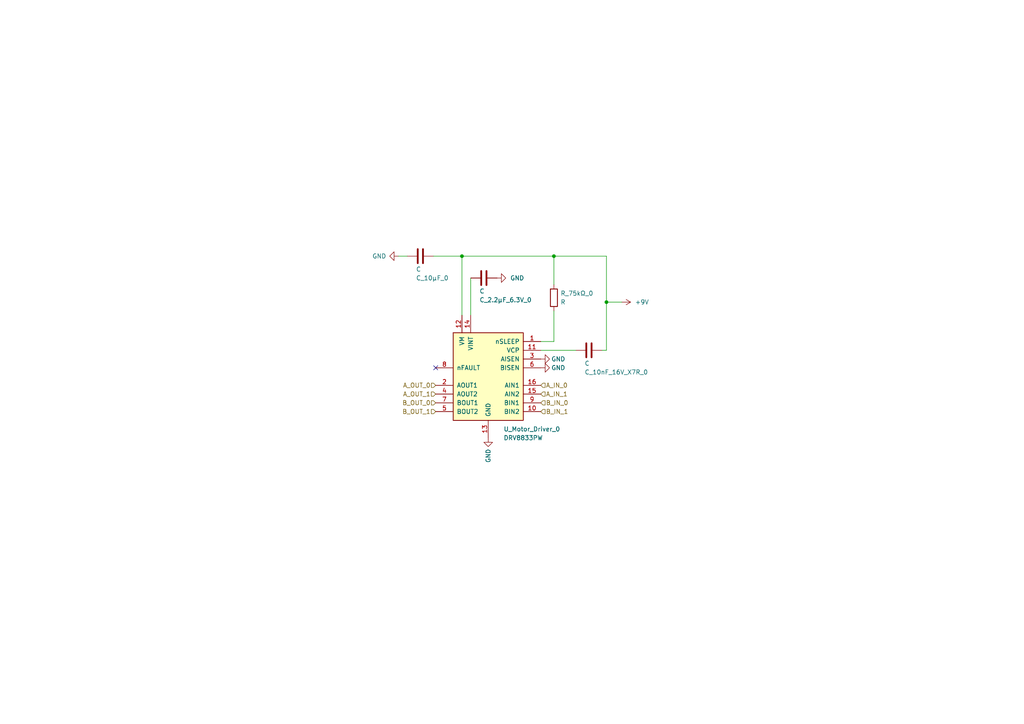
<source format=kicad_sch>
(kicad_sch (version 20211123) (generator eeschema)
  (paper "A4")
  (title_block (date "2025-09-09") (rev "1") (company "PROTO") (comment 1 "Author: Carston Wiebe"))
  (lib_symbols
    (symbol "Device:C" (pin_numbers hide) (pin_names (offset 0.254))
      (property "Reference" "C" (at 0.635 2.54 0))
      (property "Value" "C" (at 0.635 -2.54 0))
      (symbol "C_0_1"
        (polyline (pts (xy -2.032 -0.762) (xy 2.032 -0.762)) (stroke (width 0.508)))
        (polyline (pts (xy -2.032 0.762) (xy 2.032 0.762)) (stroke (width 0.508)))
      )
      (symbol "C_1_1"
        (pin passive line (at 0 3.81 270) (length 2.794) (name "~") (number "1"))
        (pin passive line (at 0 -3.81 90) (length 2.794) (name "~") (number "2"))
      )
    )
    (symbol "Device:R" (pin_numbers hide) (pin_names (offset 0))
      (property "Reference" "R" (at 2.032 0 90))
      (property "Value" "R" (at 0 0 90))
      (symbol "R_0_1"
        (rectangle (start -1.016 -2.54) (end 1.016 2.54) (stroke (width 0.254)))
      )
      (symbol "R_1_1"
        (pin passive line (at 0 3.81 270) (length 1.27) (name "~") (number "1"))
        (pin passive line (at 0 -3.81 90) (length 1.27) (name "~") (number "2"))
      )
    )
    (symbol "Driver_Motor:DRV8833PW" (pin_names (offset 1.016))
      (property "Reference" "U" (at -3.81 16.51 0))
      (property "Value" "DRV8833PW" (at -3.81 13.97 0))
      (symbol "DRV8833PW_0_1"
        (rectangle (start -10.16 12.7) (end 10.16 -12.7) (stroke (width 0.254)) (fill (type background)))
      )
      (symbol "DRV8833PW_1_1"
        (pin input line (at -15.24 10.16 0) (length 5.08) (name "nSLEEP") (number "1"))
        (pin input line (at -15.24 -10.16 0) (length 5.08) (name "BIN2") (number "10"))
        (pin bidirectional line (at -15.24 7.62 0) (length 5.08) (name "VCP") (number "11"))
        (pin power_in line (at 7.62 17.78 270) (length 5.08) (name "VM") (number "12"))
        (pin power_in line (at 0 -17.78 90) (length 5.08) (name "GND") (number "13"))
        (pin power_in line (at 5.08 17.78 270) (length 5.08) (name "VINT") (number "14"))
        (pin input line (at -15.24 -5.08 0) (length 5.08) (name "AIN2") (number "15"))
        (pin input line (at -15.24 -2.54 0) (length 5.08) (name "AIN1") (number "16"))
        (pin power_out line (at 15.24 -2.54 180) (length 5.08) (name "AOUT1") (number "2"))
        (pin bidirectional line (at -15.24 5.08 0) (length 5.08) (name "AISEN") (number "3"))
        (pin power_out line (at 15.24 -5.08 180) (length 5.08) (name "AOUT2") (number "4"))
        (pin power_out line (at 15.24 -10.16 180) (length 5.08) (name "BOUT2") (number "5"))
        (pin bidirectional line (at -15.24 2.54 0) (length 5.08) (name "BISEN") (number "6"))
        (pin power_out line (at 15.24 -7.62 180) (length 5.08) (name "BOUT1") (number "7"))
        (pin open_collector line (at 15.24 2.54 180) (length 5.08) (name "nFAULT") (number "8"))
        (pin input line (at -15.24 -7.62 0) (length 5.08) (name "BIN1") (number "9"))
      )
    )
    (symbol "power:+9V" (power) (pin_names (offset 0))
      (property "Value" "+9V" (at 0 3.556 0))
      (symbol "+9V_0_1"
        (polyline (pts (xy -0.762 1.27) (xy 0 2.54)))
        (polyline (pts (xy 0 0) (xy 0 2.54)))
        (polyline (pts (xy 0 2.54) (xy 0.762 1.27)))
      )
      (symbol "+9V_1_1"
        (pin power_in line (at 0 0 90) (length 0) hide (name "+9V") (number "1"))
      )
    )
    (symbol "power:GND" (power) (pin_names (offset 0))
      (property "Value" "GND" (at 0 -3.81 0))
      (symbol "GND_0_1"
        (polyline (pts (xy 0 0) (xy 0 -1.27) (xy 1.27 -1.27) (xy 0 -2.54) (xy -1.27 -1.27) (xy 0 -1.27)))
      )
      (symbol "GND_1_1"
        (pin power_in line (at 0 0 270) (length 0) hide (name "GND") (number "1"))
      )
    )
  )
  (junction (at 133.985 74.295))
  (junction (at 160.655 74.295))
  (junction (at 175.895 87.63))
  (no_connect (at 126.365 106.68))
  (wire (pts (xy 133.985 74.295) (xy 133.985 91.44)))
  (wire (pts (xy 136.525 80.645) (xy 136.525 91.44)))
  (wire (pts (xy 180.34 87.63) (xy 175.895 87.63)))
  (wire (pts (xy 175.895 74.295) (xy 175.895 87.63)))
  (wire (pts (xy 133.985 74.295) (xy 160.655 74.295)))
  (wire (pts (xy 160.655 74.295) (xy 160.655 82.55)))
  (wire (pts (xy 175.895 101.6) (xy 175.895 87.63)))
  (wire (pts (xy 125.73 74.295) (xy 133.985 74.295)))
  (wire (pts (xy 160.655 74.295) (xy 175.895 74.295)))
  (wire (pts (xy 118.11 74.295) (xy 115.57 74.295)))
  (wire (pts (xy 156.845 101.6) (xy 167.005 101.6)))
  (wire (pts (xy 160.655 99.06) (xy 160.655 90.17)))
  (wire (pts (xy 156.845 99.06) (xy 160.655 99.06)))
  (wire (pts (xy 174.625 101.6) (xy 175.895 101.6)))
  (hierarchical_label "A_IN_0" (shape input) (at 156.845 111.76 0))
  (hierarchical_label "B_IN_1" (shape input) (at 156.845 119.38 0))
  (hierarchical_label "A_IN_1" (shape input) (at 156.845 114.3 0))
  (hierarchical_label "A_OUT_1" (shape input) (at 126.365 114.3 180))
  (hierarchical_label "B_OUT_0" (shape input) (at 126.365 116.84 180))
  (hierarchical_label "B_OUT_1" (shape input) (at 126.365 119.38 180))
  (hierarchical_label "B_IN_0" (shape input) (at 156.845 116.84 0))
  (hierarchical_label "A_OUT_0" (shape input) (at 126.365 111.76 180))
  (symbol (lib_id "Device:C") (at 140.335 80.645 270) (unit 1)
    (property "Reference" "C_2.2μF_6.3V_0" (at 139.065 86.995 90) (effects (justify left)))
    (property "Value" "C" (at 139.0651 84.455 90) (effects (justify left)))
    (property "Footprint" "Capacitor_SMD:CP_Elec_3x5.3" (effects hide))
  )
  (symbol (lib_id "Device:C") (at 170.815 101.6 270) (unit 1)
    (property "Reference" "C_10nF_16V_X7R_0" (at 169.545 107.95 90) (effects (justify left)))
    (property "Value" "C" (at 169.545 105.41 90) (effects (justify left)))
    (property "Footprint" "Capacitor_SMD:CP_Elec_3x5.3" (effects hide))
  )
  (symbol (lib_id "power:GND") (at 156.845 104.14 90) (unit 1)
    (property "Reference" "#PWR0134" (effects hide))
    (property "Value" "GND" (at 161.925 104.14 90))
  )
  (symbol (lib_id "power:GND") (at 115.57 74.295 270) (unit 1)
    (property "Reference" "#PWR0132" (effects hide))
    (property "Value" "GND" (at 107.95 74.295 90) (effects (justify left)))
  )
  (symbol (lib_id "power:GND") (at 144.145 80.645 90) (mirror x) (unit 1)
    (property "Reference" "#PWR0128" (effects hide))
    (property "Value" "GND" (at 147.955 80.645 90) (effects (justify right)))
  )
  (symbol (lib_id "Driver_Motor:DRV8833PW") (at 141.605 109.22 0) (mirror y) (unit 1)
    (property "Reference" "U_Motor_Driver_0" (at 146.05 124.46 0) (effects (justify right)))
    (property "Value" "DRV8833PW" (at 146.05 127 0) (effects (justify right)))
    (property "Footprint" "Package_SO:TSSOP-16_4.4x5mm_P0.65mm" (effects hide))
    (property "Datasheet" "http://www.ti.com/lit/ds/symlink/drv8833.pdf" (effects hide))
  )
  (symbol (lib_id "Device:R") (at 160.655 86.36 0) (unit 1)
    (property "Reference" "R_75kΩ_0" (at 162.56 85.0899 0) (effects (justify left)))
    (property "Value" "R" (at 162.56 87.6299 0) (effects (justify left)))
    (property "Footprint" "Resistor_SMD:R_0201_0603Metric" (effects hide))
  )
  (symbol (lib_id "Device:C") (at 121.92 74.295 270) (unit 1)
    (property "Reference" "C_10μF_0" (at 120.65 80.645 90) (effects (justify left)))
    (property "Value" "C" (at 120.6501 78.105 90) (effects (justify left)))
    (property "Footprint" "Capacitor_SMD:CP_Elec_3x5.3" (effects hide))
  )
  (symbol (lib_id "power:GND") (at 141.605 127 0) (mirror y) (unit 1)
    (property "Reference" "#PWR0136" (effects hide))
    (property "Value" "GND" (at 141.605 130.175 90) (effects (justify right)))
  )
  (symbol (lib_id "power:+9V") (at 180.34 87.63 270) (mirror x) (unit 1)
    (property "Reference" "#PWR0133" (effects hide))
    (property "Value" "+9V" (at 184.15 87.6299 90) (effects (justify left)))
  )
  (symbol (lib_id "power:GND") (at 156.845 106.68 90) (unit 1)
    (property "Reference" "#PWR0135" (effects hide))
    (property "Value" "GND" (at 161.925 106.68 90))
  )
)
</source>
